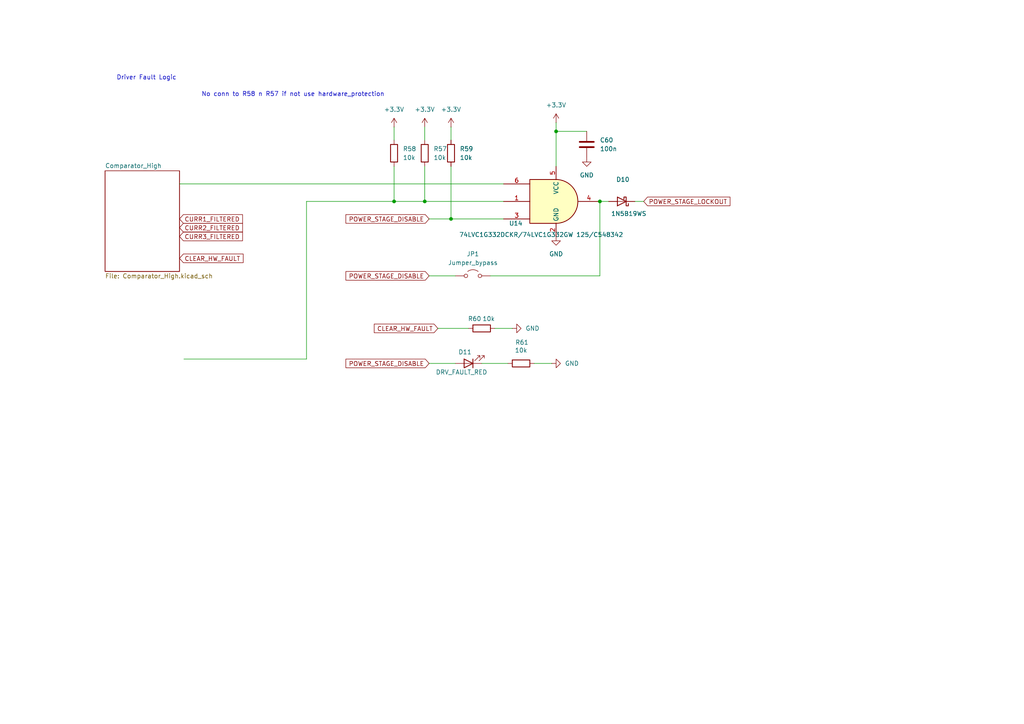
<source format=kicad_sch>
(kicad_sch
	(version 20231120)
	(generator "eeschema")
	(generator_version "8.0")
	(uuid "221e5289-659a-453e-a171-b1aec0752ce4")
	(paper "A4")
	(lib_symbols
		(symbol "74xGxx:74LVC1G11"
			(exclude_from_sim no)
			(in_bom yes)
			(on_board yes)
			(property "Reference" "U"
				(at -5.08 10.16 0)
				(effects
					(font
						(size 1.27 1.27)
					)
				)
			)
			(property "Value" "74LVC1G11"
				(at 7.62 -10.16 0)
				(effects
					(font
						(size 1.27 1.27)
					)
				)
			)
			(property "Footprint" ""
				(at 0 0 0)
				(effects
					(font
						(size 1.27 1.27)
					)
					(hide yes)
				)
			)
			(property "Datasheet" "http://www.ti.com/lit/sg/scyt129e/scyt129e.pdf"
				(at 0 0 0)
				(effects
					(font
						(size 1.27 1.27)
					)
					(hide yes)
				)
			)
			(property "Description" "Single AND 3-Input Gate, Low-Voltage CMOS"
				(at 0 0 0)
				(effects
					(font
						(size 1.27 1.27)
					)
					(hide yes)
				)
			)
			(property "ki_keywords" "Single Gate AND triple LVC CMOS"
				(at 0 0 0)
				(effects
					(font
						(size 1.27 1.27)
					)
					(hide yes)
				)
			)
			(property "ki_fp_filters" "SOT* SG-*"
				(at 0 0 0)
				(effects
					(font
						(size 1.27 1.27)
					)
					(hide yes)
				)
			)
			(symbol "74LVC1G11_0_1"
				(arc
					(start 0 -6.35)
					(mid 6.3224 0)
					(end 0 6.35)
					(stroke
						(width 0.254)
						(type default)
					)
					(fill
						(type background)
					)
				)
				(polyline
					(pts
						(xy 0 -6.35) (xy -7.62 -6.35) (xy -7.62 6.35) (xy 0 6.35)
					)
					(stroke
						(width 0.254)
						(type default)
					)
					(fill
						(type background)
					)
				)
			)
			(symbol "74LVC1G11_1_1"
				(pin input line
					(at -15.24 0 0)
					(length 7.62)
					(name "~"
						(effects
							(font
								(size 1.27 1.27)
							)
						)
					)
					(number "1"
						(effects
							(font
								(size 1.27 1.27)
							)
						)
					)
				)
				(pin power_in line
					(at 0 -10.16 90)
					(length 3.81)
					(name "GND"
						(effects
							(font
								(size 1.27 1.27)
							)
						)
					)
					(number "2"
						(effects
							(font
								(size 1.27 1.27)
							)
						)
					)
				)
				(pin input line
					(at -15.24 -5.08 0)
					(length 7.62)
					(name "~"
						(effects
							(font
								(size 1.27 1.27)
							)
						)
					)
					(number "3"
						(effects
							(font
								(size 1.27 1.27)
							)
						)
					)
				)
				(pin output line
					(at 12.7 0 180)
					(length 6.35)
					(name "~"
						(effects
							(font
								(size 1.27 1.27)
							)
						)
					)
					(number "4"
						(effects
							(font
								(size 1.27 1.27)
							)
						)
					)
				)
				(pin power_in line
					(at 0 10.16 270)
					(length 3.81)
					(name "VCC"
						(effects
							(font
								(size 1.27 1.27)
							)
						)
					)
					(number "5"
						(effects
							(font
								(size 1.27 1.27)
							)
						)
					)
				)
				(pin input line
					(at -15.24 5.08 0)
					(length 7.62)
					(name "~"
						(effects
							(font
								(size 1.27 1.27)
							)
						)
					)
					(number "6"
						(effects
							(font
								(size 1.27 1.27)
							)
						)
					)
				)
			)
		)
		(symbol "Device:C"
			(pin_numbers hide)
			(pin_names
				(offset 0.254)
			)
			(exclude_from_sim no)
			(in_bom yes)
			(on_board yes)
			(property "Reference" "C"
				(at 0.635 2.54 0)
				(effects
					(font
						(size 1.27 1.27)
					)
					(justify left)
				)
			)
			(property "Value" "C"
				(at 0.635 -2.54 0)
				(effects
					(font
						(size 1.27 1.27)
					)
					(justify left)
				)
			)
			(property "Footprint" ""
				(at 0.9652 -3.81 0)
				(effects
					(font
						(size 1.27 1.27)
					)
					(hide yes)
				)
			)
			(property "Datasheet" "~"
				(at 0 0 0)
				(effects
					(font
						(size 1.27 1.27)
					)
					(hide yes)
				)
			)
			(property "Description" "Unpolarized capacitor"
				(at 0 0 0)
				(effects
					(font
						(size 1.27 1.27)
					)
					(hide yes)
				)
			)
			(property "ki_keywords" "cap capacitor"
				(at 0 0 0)
				(effects
					(font
						(size 1.27 1.27)
					)
					(hide yes)
				)
			)
			(property "ki_fp_filters" "C_*"
				(at 0 0 0)
				(effects
					(font
						(size 1.27 1.27)
					)
					(hide yes)
				)
			)
			(symbol "C_0_1"
				(polyline
					(pts
						(xy -2.032 -0.762) (xy 2.032 -0.762)
					)
					(stroke
						(width 0.508)
						(type default)
					)
					(fill
						(type none)
					)
				)
				(polyline
					(pts
						(xy -2.032 0.762) (xy 2.032 0.762)
					)
					(stroke
						(width 0.508)
						(type default)
					)
					(fill
						(type none)
					)
				)
			)
			(symbol "C_1_1"
				(pin passive line
					(at 0 3.81 270)
					(length 2.794)
					(name "~"
						(effects
							(font
								(size 1.27 1.27)
							)
						)
					)
					(number "1"
						(effects
							(font
								(size 1.27 1.27)
							)
						)
					)
				)
				(pin passive line
					(at 0 -3.81 90)
					(length 2.794)
					(name "~"
						(effects
							(font
								(size 1.27 1.27)
							)
						)
					)
					(number "2"
						(effects
							(font
								(size 1.27 1.27)
							)
						)
					)
				)
			)
		)
		(symbol "Device:D_Schottky"
			(pin_numbers hide)
			(pin_names
				(offset 1.016) hide)
			(exclude_from_sim no)
			(in_bom yes)
			(on_board yes)
			(property "Reference" "D"
				(at 0 2.54 0)
				(effects
					(font
						(size 1.27 1.27)
					)
				)
			)
			(property "Value" "D_Schottky"
				(at 0 -2.54 0)
				(effects
					(font
						(size 1.27 1.27)
					)
				)
			)
			(property "Footprint" ""
				(at 0 0 0)
				(effects
					(font
						(size 1.27 1.27)
					)
					(hide yes)
				)
			)
			(property "Datasheet" "~"
				(at 0 0 0)
				(effects
					(font
						(size 1.27 1.27)
					)
					(hide yes)
				)
			)
			(property "Description" "Schottky diode"
				(at 0 0 0)
				(effects
					(font
						(size 1.27 1.27)
					)
					(hide yes)
				)
			)
			(property "ki_keywords" "diode Schottky"
				(at 0 0 0)
				(effects
					(font
						(size 1.27 1.27)
					)
					(hide yes)
				)
			)
			(property "ki_fp_filters" "TO-???* *_Diode_* *SingleDiode* D_*"
				(at 0 0 0)
				(effects
					(font
						(size 1.27 1.27)
					)
					(hide yes)
				)
			)
			(symbol "D_Schottky_0_1"
				(polyline
					(pts
						(xy 1.27 0) (xy -1.27 0)
					)
					(stroke
						(width 0)
						(type default)
					)
					(fill
						(type none)
					)
				)
				(polyline
					(pts
						(xy 1.27 1.27) (xy 1.27 -1.27) (xy -1.27 0) (xy 1.27 1.27)
					)
					(stroke
						(width 0.254)
						(type default)
					)
					(fill
						(type none)
					)
				)
				(polyline
					(pts
						(xy -1.905 0.635) (xy -1.905 1.27) (xy -1.27 1.27) (xy -1.27 -1.27) (xy -0.635 -1.27) (xy -0.635 -0.635)
					)
					(stroke
						(width 0.254)
						(type default)
					)
					(fill
						(type none)
					)
				)
			)
			(symbol "D_Schottky_1_1"
				(pin passive line
					(at -3.81 0 0)
					(length 2.54)
					(name "K"
						(effects
							(font
								(size 1.27 1.27)
							)
						)
					)
					(number "1"
						(effects
							(font
								(size 1.27 1.27)
							)
						)
					)
				)
				(pin passive line
					(at 3.81 0 180)
					(length 2.54)
					(name "A"
						(effects
							(font
								(size 1.27 1.27)
							)
						)
					)
					(number "2"
						(effects
							(font
								(size 1.27 1.27)
							)
						)
					)
				)
			)
		)
		(symbol "Device:LED"
			(pin_numbers hide)
			(pin_names
				(offset 1.016) hide)
			(exclude_from_sim no)
			(in_bom yes)
			(on_board yes)
			(property "Reference" "D"
				(at 0 2.54 0)
				(effects
					(font
						(size 1.27 1.27)
					)
				)
			)
			(property "Value" "LED"
				(at 0 -2.54 0)
				(effects
					(font
						(size 1.27 1.27)
					)
				)
			)
			(property "Footprint" ""
				(at 0 0 0)
				(effects
					(font
						(size 1.27 1.27)
					)
					(hide yes)
				)
			)
			(property "Datasheet" "~"
				(at 0 0 0)
				(effects
					(font
						(size 1.27 1.27)
					)
					(hide yes)
				)
			)
			(property "Description" "Light emitting diode"
				(at 0 0 0)
				(effects
					(font
						(size 1.27 1.27)
					)
					(hide yes)
				)
			)
			(property "ki_keywords" "LED diode"
				(at 0 0 0)
				(effects
					(font
						(size 1.27 1.27)
					)
					(hide yes)
				)
			)
			(property "ki_fp_filters" "LED* LED_SMD:* LED_THT:*"
				(at 0 0 0)
				(effects
					(font
						(size 1.27 1.27)
					)
					(hide yes)
				)
			)
			(symbol "LED_0_1"
				(polyline
					(pts
						(xy -1.27 -1.27) (xy -1.27 1.27)
					)
					(stroke
						(width 0.254)
						(type default)
					)
					(fill
						(type none)
					)
				)
				(polyline
					(pts
						(xy -1.27 0) (xy 1.27 0)
					)
					(stroke
						(width 0)
						(type default)
					)
					(fill
						(type none)
					)
				)
				(polyline
					(pts
						(xy 1.27 -1.27) (xy 1.27 1.27) (xy -1.27 0) (xy 1.27 -1.27)
					)
					(stroke
						(width 0.254)
						(type default)
					)
					(fill
						(type none)
					)
				)
				(polyline
					(pts
						(xy -3.048 -0.762) (xy -4.572 -2.286) (xy -3.81 -2.286) (xy -4.572 -2.286) (xy -4.572 -1.524)
					)
					(stroke
						(width 0)
						(type default)
					)
					(fill
						(type none)
					)
				)
				(polyline
					(pts
						(xy -1.778 -0.762) (xy -3.302 -2.286) (xy -2.54 -2.286) (xy -3.302 -2.286) (xy -3.302 -1.524)
					)
					(stroke
						(width 0)
						(type default)
					)
					(fill
						(type none)
					)
				)
			)
			(symbol "LED_1_1"
				(pin passive line
					(at -3.81 0 0)
					(length 2.54)
					(name "K"
						(effects
							(font
								(size 1.27 1.27)
							)
						)
					)
					(number "1"
						(effects
							(font
								(size 1.27 1.27)
							)
						)
					)
				)
				(pin passive line
					(at 3.81 0 180)
					(length 2.54)
					(name "A"
						(effects
							(font
								(size 1.27 1.27)
							)
						)
					)
					(number "2"
						(effects
							(font
								(size 1.27 1.27)
							)
						)
					)
				)
			)
		)
		(symbol "Device:R"
			(pin_numbers hide)
			(pin_names
				(offset 0)
			)
			(exclude_from_sim no)
			(in_bom yes)
			(on_board yes)
			(property "Reference" "R"
				(at 2.032 0 90)
				(effects
					(font
						(size 1.27 1.27)
					)
				)
			)
			(property "Value" "R"
				(at 0 0 90)
				(effects
					(font
						(size 1.27 1.27)
					)
				)
			)
			(property "Footprint" ""
				(at -1.778 0 90)
				(effects
					(font
						(size 1.27 1.27)
					)
					(hide yes)
				)
			)
			(property "Datasheet" "~"
				(at 0 0 0)
				(effects
					(font
						(size 1.27 1.27)
					)
					(hide yes)
				)
			)
			(property "Description" "Resistor"
				(at 0 0 0)
				(effects
					(font
						(size 1.27 1.27)
					)
					(hide yes)
				)
			)
			(property "ki_keywords" "R res resistor"
				(at 0 0 0)
				(effects
					(font
						(size 1.27 1.27)
					)
					(hide yes)
				)
			)
			(property "ki_fp_filters" "R_*"
				(at 0 0 0)
				(effects
					(font
						(size 1.27 1.27)
					)
					(hide yes)
				)
			)
			(symbol "R_0_1"
				(rectangle
					(start -1.016 -2.54)
					(end 1.016 2.54)
					(stroke
						(width 0.254)
						(type default)
					)
					(fill
						(type none)
					)
				)
			)
			(symbol "R_1_1"
				(pin passive line
					(at 0 3.81 270)
					(length 1.27)
					(name "~"
						(effects
							(font
								(size 1.27 1.27)
							)
						)
					)
					(number "1"
						(effects
							(font
								(size 1.27 1.27)
							)
						)
					)
				)
				(pin passive line
					(at 0 -3.81 90)
					(length 1.27)
					(name "~"
						(effects
							(font
								(size 1.27 1.27)
							)
						)
					)
					(number "2"
						(effects
							(font
								(size 1.27 1.27)
							)
						)
					)
				)
			)
		)
		(symbol "Jumper:Jumper_2_Open"
			(pin_numbers hide)
			(pin_names
				(offset 0) hide)
			(exclude_from_sim yes)
			(in_bom yes)
			(on_board yes)
			(property "Reference" "JP"
				(at 0 2.794 0)
				(effects
					(font
						(size 1.27 1.27)
					)
				)
			)
			(property "Value" "Jumper_2_Open"
				(at 0 -2.286 0)
				(effects
					(font
						(size 1.27 1.27)
					)
				)
			)
			(property "Footprint" ""
				(at 0 0 0)
				(effects
					(font
						(size 1.27 1.27)
					)
					(hide yes)
				)
			)
			(property "Datasheet" "~"
				(at 0 0 0)
				(effects
					(font
						(size 1.27 1.27)
					)
					(hide yes)
				)
			)
			(property "Description" "Jumper, 2-pole, open"
				(at 0 0 0)
				(effects
					(font
						(size 1.27 1.27)
					)
					(hide yes)
				)
			)
			(property "ki_keywords" "Jumper SPST"
				(at 0 0 0)
				(effects
					(font
						(size 1.27 1.27)
					)
					(hide yes)
				)
			)
			(property "ki_fp_filters" "Jumper* TestPoint*2Pads* TestPoint*Bridge*"
				(at 0 0 0)
				(effects
					(font
						(size 1.27 1.27)
					)
					(hide yes)
				)
			)
			(symbol "Jumper_2_Open_0_0"
				(circle
					(center -2.032 0)
					(radius 0.508)
					(stroke
						(width 0)
						(type default)
					)
					(fill
						(type none)
					)
				)
				(circle
					(center 2.032 0)
					(radius 0.508)
					(stroke
						(width 0)
						(type default)
					)
					(fill
						(type none)
					)
				)
			)
			(symbol "Jumper_2_Open_0_1"
				(arc
					(start 1.524 1.27)
					(mid 0 1.778)
					(end -1.524 1.27)
					(stroke
						(width 0)
						(type default)
					)
					(fill
						(type none)
					)
				)
			)
			(symbol "Jumper_2_Open_1_1"
				(pin passive line
					(at -5.08 0 0)
					(length 2.54)
					(name "A"
						(effects
							(font
								(size 1.27 1.27)
							)
						)
					)
					(number "1"
						(effects
							(font
								(size 1.27 1.27)
							)
						)
					)
				)
				(pin passive line
					(at 5.08 0 180)
					(length 2.54)
					(name "B"
						(effects
							(font
								(size 1.27 1.27)
							)
						)
					)
					(number "2"
						(effects
							(font
								(size 1.27 1.27)
							)
						)
					)
				)
			)
		)
		(symbol "power:+3.3V"
			(power)
			(pin_numbers hide)
			(pin_names
				(offset 0) hide)
			(exclude_from_sim no)
			(in_bom yes)
			(on_board yes)
			(property "Reference" "#PWR"
				(at 0 -3.81 0)
				(effects
					(font
						(size 1.27 1.27)
					)
					(hide yes)
				)
			)
			(property "Value" "+3.3V"
				(at 0 3.556 0)
				(effects
					(font
						(size 1.27 1.27)
					)
				)
			)
			(property "Footprint" ""
				(at 0 0 0)
				(effects
					(font
						(size 1.27 1.27)
					)
					(hide yes)
				)
			)
			(property "Datasheet" ""
				(at 0 0 0)
				(effects
					(font
						(size 1.27 1.27)
					)
					(hide yes)
				)
			)
			(property "Description" "Power symbol creates a global label with name \"+3.3V\""
				(at 0 0 0)
				(effects
					(font
						(size 1.27 1.27)
					)
					(hide yes)
				)
			)
			(property "ki_keywords" "global power"
				(at 0 0 0)
				(effects
					(font
						(size 1.27 1.27)
					)
					(hide yes)
				)
			)
			(symbol "+3.3V_0_1"
				(polyline
					(pts
						(xy -0.762 1.27) (xy 0 2.54)
					)
					(stroke
						(width 0)
						(type default)
					)
					(fill
						(type none)
					)
				)
				(polyline
					(pts
						(xy 0 0) (xy 0 2.54)
					)
					(stroke
						(width 0)
						(type default)
					)
					(fill
						(type none)
					)
				)
				(polyline
					(pts
						(xy 0 2.54) (xy 0.762 1.27)
					)
					(stroke
						(width 0)
						(type default)
					)
					(fill
						(type none)
					)
				)
			)
			(symbol "+3.3V_1_1"
				(pin power_in line
					(at 0 0 90)
					(length 0)
					(name "~"
						(effects
							(font
								(size 1.27 1.27)
							)
						)
					)
					(number "1"
						(effects
							(font
								(size 1.27 1.27)
							)
						)
					)
				)
			)
		)
		(symbol "power:GND"
			(power)
			(pin_numbers hide)
			(pin_names
				(offset 0) hide)
			(exclude_from_sim no)
			(in_bom yes)
			(on_board yes)
			(property "Reference" "#PWR"
				(at 0 -6.35 0)
				(effects
					(font
						(size 1.27 1.27)
					)
					(hide yes)
				)
			)
			(property "Value" "GND"
				(at 0 -3.81 0)
				(effects
					(font
						(size 1.27 1.27)
					)
				)
			)
			(property "Footprint" ""
				(at 0 0 0)
				(effects
					(font
						(size 1.27 1.27)
					)
					(hide yes)
				)
			)
			(property "Datasheet" ""
				(at 0 0 0)
				(effects
					(font
						(size 1.27 1.27)
					)
					(hide yes)
				)
			)
			(property "Description" "Power symbol creates a global label with name \"GND\" , ground"
				(at 0 0 0)
				(effects
					(font
						(size 1.27 1.27)
					)
					(hide yes)
				)
			)
			(property "ki_keywords" "global power"
				(at 0 0 0)
				(effects
					(font
						(size 1.27 1.27)
					)
					(hide yes)
				)
			)
			(symbol "GND_0_1"
				(polyline
					(pts
						(xy 0 0) (xy 0 -1.27) (xy 1.27 -1.27) (xy 0 -2.54) (xy -1.27 -1.27) (xy 0 -1.27)
					)
					(stroke
						(width 0)
						(type default)
					)
					(fill
						(type none)
					)
				)
			)
			(symbol "GND_1_1"
				(pin power_in line
					(at 0 0 270)
					(length 0)
					(name "~"
						(effects
							(font
								(size 1.27 1.27)
							)
						)
					)
					(number "1"
						(effects
							(font
								(size 1.27 1.27)
							)
						)
					)
				)
			)
		)
	)
	(junction
		(at 173.99 58.42)
		(diameter 0)
		(color 0 0 0 0)
		(uuid "1210377f-a891-4290-8799-a193c2af9bb0")
	)
	(junction
		(at 114.3 58.42)
		(diameter 0)
		(color 0 0 0 0)
		(uuid "1e3a5271-b44a-4538-8b7c-e7198eafda8b")
	)
	(junction
		(at 123.19 58.42)
		(diameter 0)
		(color 0 0 0 0)
		(uuid "5a799283-dc4f-4ddb-ae2d-aa1b3a8306eb")
	)
	(junction
		(at 130.81 63.5)
		(diameter 0)
		(color 0 0 0 0)
		(uuid "7411c619-f7ed-42d9-a11a-1ac5a7dab0d7")
	)
	(junction
		(at 161.29 38.1)
		(diameter 0)
		(color 0 0 0 0)
		(uuid "9a120c45-8813-41ea-be6e-05455c9ae007")
	)
	(wire
		(pts
			(xy 146.05 58.42) (xy 123.19 58.42)
		)
		(stroke
			(width 0)
			(type default)
		)
		(uuid "013e1c4f-ddd4-4a21-8ea3-ec5fbe37a29b")
	)
	(wire
		(pts
			(xy 130.81 63.5) (xy 146.05 63.5)
		)
		(stroke
			(width 0)
			(type default)
		)
		(uuid "047f8057-706e-476e-b8ca-4b3f0930c720")
	)
	(wire
		(pts
			(xy 114.3 58.42) (xy 88.9 58.42)
		)
		(stroke
			(width 0)
			(type default)
		)
		(uuid "267811ca-a20b-44c2-892a-b056127b94bb")
	)
	(wire
		(pts
			(xy 184.15 58.42) (xy 186.69 58.42)
		)
		(stroke
			(width 0)
			(type default)
		)
		(uuid "2873f143-19db-406a-ab18-72fe32eaa975")
	)
	(wire
		(pts
			(xy 176.53 58.42) (xy 173.99 58.42)
		)
		(stroke
			(width 0)
			(type default)
		)
		(uuid "28bb4cd4-bab1-4a1a-89ba-636114b7d31a")
	)
	(wire
		(pts
			(xy 123.19 36.83) (xy 123.19 40.64)
		)
		(stroke
			(width 0)
			(type default)
		)
		(uuid "3ee50e56-5e43-4c98-a0bf-ae7b4706e9ce")
	)
	(wire
		(pts
			(xy 114.3 48.26) (xy 114.3 58.42)
		)
		(stroke
			(width 0)
			(type default)
		)
		(uuid "4d9de97c-44cf-47a8-ba60-b79c220578e1")
	)
	(wire
		(pts
			(xy 127 95.25) (xy 135.89 95.25)
		)
		(stroke
			(width 0)
			(type default)
		)
		(uuid "59aa9a08-b0ed-4cab-9411-a9c03d5b2b06")
	)
	(wire
		(pts
			(xy 143.51 95.25) (xy 148.59 95.25)
		)
		(stroke
			(width 0)
			(type default)
		)
		(uuid "6281d7f5-bc68-44e6-9cf2-92b8f8ecac74")
	)
	(wire
		(pts
			(xy 53.34 104.14) (xy 88.9 104.14)
		)
		(stroke
			(width 0)
			(type default)
		)
		(uuid "67758887-f8cd-48e3-ae16-6d078cde9e3d")
	)
	(wire
		(pts
			(xy 161.29 35.56) (xy 161.29 38.1)
		)
		(stroke
			(width 0)
			(type default)
		)
		(uuid "68754f7f-082f-491a-bc63-f37516f34ee4")
	)
	(wire
		(pts
			(xy 123.19 48.26) (xy 123.19 58.42)
		)
		(stroke
			(width 0)
			(type default)
		)
		(uuid "69f39899-d574-4db6-9fed-cd3f96b1324e")
	)
	(wire
		(pts
			(xy 124.46 63.5) (xy 130.81 63.5)
		)
		(stroke
			(width 0)
			(type default)
		)
		(uuid "80fe6c73-eb3b-4518-a857-3e4102c15e38")
	)
	(wire
		(pts
			(xy 154.94 105.41) (xy 160.02 105.41)
		)
		(stroke
			(width 0)
			(type default)
		)
		(uuid "8478dabb-a51e-4ee7-a9c9-1b748e6c67d5")
	)
	(wire
		(pts
			(xy 173.99 58.42) (xy 173.99 80.01)
		)
		(stroke
			(width 0)
			(type default)
		)
		(uuid "8516388c-5da6-4b28-a665-f71e82a38336")
	)
	(wire
		(pts
			(xy 161.29 38.1) (xy 170.18 38.1)
		)
		(stroke
			(width 0)
			(type default)
		)
		(uuid "8694ed17-f5c9-4ae1-9ea9-043d2d828010")
	)
	(wire
		(pts
			(xy 88.9 58.42) (xy 88.9 104.14)
		)
		(stroke
			(width 0)
			(type default)
		)
		(uuid "8c3ec7da-0a1f-41e5-a40a-935ff313deff")
	)
	(wire
		(pts
			(xy 161.29 38.1) (xy 161.29 48.26)
		)
		(stroke
			(width 0)
			(type default)
		)
		(uuid "94b4f0bf-6373-4751-9880-c3db88da4ffb")
	)
	(wire
		(pts
			(xy 124.46 105.41) (xy 132.08 105.41)
		)
		(stroke
			(width 0)
			(type default)
		)
		(uuid "a773c1ee-cb91-45ce-af28-09e09acc2d3a")
	)
	(wire
		(pts
			(xy 114.3 36.83) (xy 114.3 40.64)
		)
		(stroke
			(width 0)
			(type default)
		)
		(uuid "bb6fb03a-8e26-435b-ae7e-b172a125692b")
	)
	(wire
		(pts
			(xy 124.46 80.01) (xy 132.08 80.01)
		)
		(stroke
			(width 0)
			(type default)
		)
		(uuid "bca0aee9-2bec-4854-b127-300f546a4bb6")
	)
	(wire
		(pts
			(xy 52.07 53.34) (xy 146.05 53.34)
		)
		(stroke
			(width 0)
			(type default)
		)
		(uuid "ca4d7eb7-3a43-411d-9f59-f228d88702b5")
	)
	(wire
		(pts
			(xy 130.81 36.83) (xy 130.81 40.64)
		)
		(stroke
			(width 0)
			(type default)
		)
		(uuid "cdfbee6c-aba8-456c-a6eb-a77e8856307b")
	)
	(wire
		(pts
			(xy 139.7 105.41) (xy 147.32 105.41)
		)
		(stroke
			(width 0)
			(type default)
		)
		(uuid "d5b13db8-418f-4133-b0ed-809a59fdd5ec")
	)
	(wire
		(pts
			(xy 130.81 48.26) (xy 130.81 63.5)
		)
		(stroke
			(width 0)
			(type default)
		)
		(uuid "ded72446-4677-489d-8b91-eeb6defb22cd")
	)
	(wire
		(pts
			(xy 123.19 58.42) (xy 114.3 58.42)
		)
		(stroke
			(width 0)
			(type default)
		)
		(uuid "e3b7898e-7114-4496-a4db-91c1c0d1ce95")
	)
	(wire
		(pts
			(xy 142.24 80.01) (xy 173.99 80.01)
		)
		(stroke
			(width 0)
			(type default)
		)
		(uuid "f1d44670-f1b0-4877-b177-4ca2264c4271")
	)
	(text "No conn to R58 n R57 if not use hardware_protection"
		(exclude_from_sim no)
		(at 58.42 27.432 0)
		(effects
			(font
				(size 1.27 1.27)
			)
			(justify left)
		)
		(uuid "a61344fe-55c5-4fcd-812b-16aaf803331f")
	)
	(text "Driver Fault Logic"
		(exclude_from_sim no)
		(at 33.782 22.606 0)
		(effects
			(font
				(size 1.27 1.27)
			)
			(justify left)
		)
		(uuid "dd501828-95b2-4edc-86b1-a7bbeaf8ca67")
	)
	(global_label "CURR2_FILTERED"
		(shape input)
		(at 52.07 66.04 0)
		(fields_autoplaced yes)
		(effects
			(font
				(size 1.27 1.27)
			)
			(justify left)
		)
		(uuid "10b35d1b-fe56-45ba-9a9c-31c4c5350b5b")
		(property "Intersheetrefs" "${INTERSHEET_REFS}"
			(at 70.8999 66.04 0)
			(effects
				(font
					(size 1.27 1.27)
				)
				(justify left)
				(hide yes)
			)
		)
	)
	(global_label "POWER_STAGE_DISABLE"
		(shape input)
		(at 124.46 105.41 180)
		(fields_autoplaced yes)
		(effects
			(font
				(size 1.27 1.27)
			)
			(justify right)
		)
		(uuid "150400c0-e95e-4562-a107-af31b7f4ad2f")
		(property "Intersheetrefs" "${INTERSHEET_REFS}"
			(at 99.764 105.41 0)
			(effects
				(font
					(size 1.27 1.27)
				)
				(justify right)
				(hide yes)
			)
		)
	)
	(global_label "CURR3_FILTERED"
		(shape input)
		(at 52.07 68.58 0)
		(fields_autoplaced yes)
		(effects
			(font
				(size 1.27 1.27)
			)
			(justify left)
		)
		(uuid "3aafe0ef-08ec-4b83-9b6d-227974c31940")
		(property "Intersheetrefs" "${INTERSHEET_REFS}"
			(at 70.8999 68.58 0)
			(effects
				(font
					(size 1.27 1.27)
				)
				(justify left)
				(hide yes)
			)
		)
	)
	(global_label "POWER_STAGE_DISABLE"
		(shape input)
		(at 124.46 63.5 180)
		(fields_autoplaced yes)
		(effects
			(font
				(size 1.27 1.27)
			)
			(justify right)
		)
		(uuid "49aaf3a2-3a5a-47dd-adae-bd58d09349f0")
		(property "Intersheetrefs" "${INTERSHEET_REFS}"
			(at 99.764 63.5 0)
			(effects
				(font
					(size 1.27 1.27)
				)
				(justify right)
				(hide yes)
			)
		)
	)
	(global_label "POWER_STAGE_LOCKOUT"
		(shape input)
		(at 186.69 58.42 0)
		(fields_autoplaced yes)
		(effects
			(font
				(size 1.27 1.27)
			)
			(justify left)
		)
		(uuid "538b7eca-0c52-4969-af49-d932137ab024")
		(property "Intersheetrefs" "${INTERSHEET_REFS}"
			(at 212.2932 58.42 0)
			(effects
				(font
					(size 1.27 1.27)
				)
				(justify left)
				(hide yes)
			)
		)
	)
	(global_label "CURR1_FILTERED"
		(shape input)
		(at 52.07 63.5 0)
		(fields_autoplaced yes)
		(effects
			(font
				(size 1.27 1.27)
			)
			(justify left)
		)
		(uuid "6059228a-9c69-4587-a0fe-e62390e962df")
		(property "Intersheetrefs" "${INTERSHEET_REFS}"
			(at 70.8999 63.5 0)
			(effects
				(font
					(size 1.27 1.27)
				)
				(justify left)
				(hide yes)
			)
		)
	)
	(global_label "CLEAR_HW_FAULT"
		(shape input)
		(at 52.07 74.93 0)
		(fields_autoplaced yes)
		(effects
			(font
				(size 1.27 1.27)
			)
			(justify left)
		)
		(uuid "cc3581f3-dba7-4d76-835e-caea812492c3")
		(property "Intersheetrefs" "${INTERSHEET_REFS}"
			(at 71.0814 74.93 0)
			(effects
				(font
					(size 1.27 1.27)
				)
				(justify left)
				(hide yes)
			)
		)
	)
	(global_label "POWER_STAGE_DISABLE"
		(shape input)
		(at 124.46 80.01 180)
		(fields_autoplaced yes)
		(effects
			(font
				(size 1.27 1.27)
			)
			(justify right)
		)
		(uuid "d2a7ee83-e40c-42d5-ba4a-3525e96126e1")
		(property "Intersheetrefs" "${INTERSHEET_REFS}"
			(at 99.764 80.01 0)
			(effects
				(font
					(size 1.27 1.27)
				)
				(justify right)
				(hide yes)
			)
		)
	)
	(global_label "CLEAR_HW_FAULT"
		(shape input)
		(at 127 95.25 180)
		(fields_autoplaced yes)
		(effects
			(font
				(size 1.27 1.27)
			)
			(justify right)
		)
		(uuid "e9d70cb3-b180-4ac5-b2d8-39bae6211364")
		(property "Intersheetrefs" "${INTERSHEET_REFS}"
			(at 107.9886 95.25 0)
			(effects
				(font
					(size 1.27 1.27)
				)
				(justify right)
				(hide yes)
			)
		)
	)
	(symbol
		(lib_id "Device:R")
		(at 130.81 44.45 0)
		(unit 1)
		(exclude_from_sim no)
		(in_bom yes)
		(on_board yes)
		(dnp no)
		(fields_autoplaced yes)
		(uuid "1fe96e23-c2c8-454a-affe-d5a1ff2df7ef")
		(property "Reference" "R59"
			(at 133.35 43.1799 0)
			(effects
				(font
					(size 1.27 1.27)
				)
				(justify left)
			)
		)
		(property "Value" "10k"
			(at 133.35 45.7199 0)
			(effects
				(font
					(size 1.27 1.27)
				)
				(justify left)
			)
		)
		(property "Footprint" ""
			(at 129.032 44.45 90)
			(effects
				(font
					(size 1.27 1.27)
				)
				(hide yes)
			)
		)
		(property "Datasheet" "~"
			(at 130.81 44.45 0)
			(effects
				(font
					(size 1.27 1.27)
				)
				(hide yes)
			)
		)
		(property "Description" "Resistor"
			(at 130.81 44.45 0)
			(effects
				(font
					(size 1.27 1.27)
				)
				(hide yes)
			)
		)
		(pin "1"
			(uuid "209af9c2-dfa0-4cad-9b81-5c74dca4b0a3")
		)
		(pin "2"
			(uuid "85ae81be-283e-404b-8470-1c1e4861e0e7")
		)
		(instances
			(project "vesc"
				(path "/c1cb2b8b-cce1-4093-b51c-495289a5368a/63216c5f-3ce9-400b-bbba-583145aaa5d8"
					(reference "R59")
					(unit 1)
				)
			)
		)
	)
	(symbol
		(lib_id "power:+3.3V")
		(at 123.19 36.83 0)
		(unit 1)
		(exclude_from_sim no)
		(in_bom yes)
		(on_board yes)
		(dnp no)
		(fields_autoplaced yes)
		(uuid "2b435b0a-e9cc-4ec2-91c4-208e5014452e")
		(property "Reference" "#PWR0100"
			(at 123.19 40.64 0)
			(effects
				(font
					(size 1.27 1.27)
				)
				(hide yes)
			)
		)
		(property "Value" "+3.3V"
			(at 123.19 31.75 0)
			(effects
				(font
					(size 1.27 1.27)
				)
			)
		)
		(property "Footprint" ""
			(at 123.19 36.83 0)
			(effects
				(font
					(size 1.27 1.27)
				)
				(hide yes)
			)
		)
		(property "Datasheet" ""
			(at 123.19 36.83 0)
			(effects
				(font
					(size 1.27 1.27)
				)
				(hide yes)
			)
		)
		(property "Description" "Power symbol creates a global label with name \"+3.3V\""
			(at 123.19 36.83 0)
			(effects
				(font
					(size 1.27 1.27)
				)
				(hide yes)
			)
		)
		(pin "1"
			(uuid "910eb019-a92f-4bae-bf25-2a3e674999f0")
		)
		(instances
			(project "vesc"
				(path "/c1cb2b8b-cce1-4093-b51c-495289a5368a/63216c5f-3ce9-400b-bbba-583145aaa5d8"
					(reference "#PWR0100")
					(unit 1)
				)
			)
		)
	)
	(symbol
		(lib_id "power:GND")
		(at 148.59 95.25 90)
		(unit 1)
		(exclude_from_sim no)
		(in_bom yes)
		(on_board yes)
		(dnp no)
		(fields_autoplaced yes)
		(uuid "2ed12ce7-a576-44ff-afc7-e81cab25553c")
		(property "Reference" "#PWR0106"
			(at 154.94 95.25 0)
			(effects
				(font
					(size 1.27 1.27)
				)
				(hide yes)
			)
		)
		(property "Value" "GND"
			(at 152.4 95.2499 90)
			(effects
				(font
					(size 1.27 1.27)
				)
				(justify right)
			)
		)
		(property "Footprint" ""
			(at 148.59 95.25 0)
			(effects
				(font
					(size 1.27 1.27)
				)
				(hide yes)
			)
		)
		(property "Datasheet" ""
			(at 148.59 95.25 0)
			(effects
				(font
					(size 1.27 1.27)
				)
				(hide yes)
			)
		)
		(property "Description" "Power symbol creates a global label with name \"GND\" , ground"
			(at 148.59 95.25 0)
			(effects
				(font
					(size 1.27 1.27)
				)
				(hide yes)
			)
		)
		(pin "1"
			(uuid "21de7326-f2c2-4ba9-9ff1-2da6b1429b53")
		)
		(instances
			(project "vesc"
				(path "/c1cb2b8b-cce1-4093-b51c-495289a5368a/63216c5f-3ce9-400b-bbba-583145aaa5d8"
					(reference "#PWR0106")
					(unit 1)
				)
			)
		)
	)
	(symbol
		(lib_id "Device:D_Schottky")
		(at 180.34 58.42 180)
		(unit 1)
		(exclude_from_sim no)
		(in_bom yes)
		(on_board yes)
		(dnp no)
		(uuid "3495bb7f-417c-468d-9a38-e7ed15c169b9")
		(property "Reference" "D10"
			(at 180.6575 52.07 0)
			(effects
				(font
					(size 1.27 1.27)
				)
			)
		)
		(property "Value" "1N5B19WS"
			(at 182.372 61.976 0)
			(effects
				(font
					(size 1.27 1.27)
				)
			)
		)
		(property "Footprint" ""
			(at 180.34 58.42 0)
			(effects
				(font
					(size 1.27 1.27)
				)
				(hide yes)
			)
		)
		(property "Datasheet" "~"
			(at 180.34 58.42 0)
			(effects
				(font
					(size 1.27 1.27)
				)
				(hide yes)
			)
		)
		(property "Description" "Schottky diode"
			(at 180.34 58.42 0)
			(effects
				(font
					(size 1.27 1.27)
				)
				(hide yes)
			)
		)
		(pin "1"
			(uuid "7b5a00d7-387b-4a3c-9ccc-8e64953c381a")
		)
		(pin "2"
			(uuid "367e00dd-ac4a-46fb-9771-3a5fde955784")
		)
		(instances
			(project ""
				(path "/c1cb2b8b-cce1-4093-b51c-495289a5368a/63216c5f-3ce9-400b-bbba-583145aaa5d8"
					(reference "D10")
					(unit 1)
				)
			)
		)
	)
	(symbol
		(lib_id "Device:C")
		(at 170.18 41.91 0)
		(unit 1)
		(exclude_from_sim no)
		(in_bom yes)
		(on_board yes)
		(dnp no)
		(fields_autoplaced yes)
		(uuid "38915aea-c590-4103-9751-0f3cd31aadea")
		(property "Reference" "C60"
			(at 173.99 40.6399 0)
			(effects
				(font
					(size 1.27 1.27)
				)
				(justify left)
			)
		)
		(property "Value" "100n"
			(at 173.99 43.1799 0)
			(effects
				(font
					(size 1.27 1.27)
				)
				(justify left)
			)
		)
		(property "Footprint" ""
			(at 171.1452 45.72 0)
			(effects
				(font
					(size 1.27 1.27)
				)
				(hide yes)
			)
		)
		(property "Datasheet" "~"
			(at 170.18 41.91 0)
			(effects
				(font
					(size 1.27 1.27)
				)
				(hide yes)
			)
		)
		(property "Description" "Unpolarized capacitor"
			(at 170.18 41.91 0)
			(effects
				(font
					(size 1.27 1.27)
				)
				(hide yes)
			)
		)
		(pin "1"
			(uuid "c79b69b8-74b4-4d59-a6e6-3570ce814686")
		)
		(pin "2"
			(uuid "0a9fd1df-9998-40f6-8da7-5a98bbdb116b")
		)
		(instances
			(project ""
				(path "/c1cb2b8b-cce1-4093-b51c-495289a5368a/63216c5f-3ce9-400b-bbba-583145aaa5d8"
					(reference "C60")
					(unit 1)
				)
			)
		)
	)
	(symbol
		(lib_id "power:GND")
		(at 160.02 105.41 90)
		(unit 1)
		(exclude_from_sim no)
		(in_bom yes)
		(on_board yes)
		(dnp no)
		(fields_autoplaced yes)
		(uuid "4b78cb7b-50e1-43a7-9947-d898672a5b60")
		(property "Reference" "#PWR0107"
			(at 166.37 105.41 0)
			(effects
				(font
					(size 1.27 1.27)
				)
				(hide yes)
			)
		)
		(property "Value" "GND"
			(at 163.83 105.4099 90)
			(effects
				(font
					(size 1.27 1.27)
				)
				(justify right)
			)
		)
		(property "Footprint" ""
			(at 160.02 105.41 0)
			(effects
				(font
					(size 1.27 1.27)
				)
				(hide yes)
			)
		)
		(property "Datasheet" ""
			(at 160.02 105.41 0)
			(effects
				(font
					(size 1.27 1.27)
				)
				(hide yes)
			)
		)
		(property "Description" "Power symbol creates a global label with name \"GND\" , ground"
			(at 160.02 105.41 0)
			(effects
				(font
					(size 1.27 1.27)
				)
				(hide yes)
			)
		)
		(pin "1"
			(uuid "46c08919-9bf7-436f-b3b1-21234d392874")
		)
		(instances
			(project "vesc"
				(path "/c1cb2b8b-cce1-4093-b51c-495289a5368a/63216c5f-3ce9-400b-bbba-583145aaa5d8"
					(reference "#PWR0107")
					(unit 1)
				)
			)
		)
	)
	(symbol
		(lib_id "power:+3.3V")
		(at 161.29 35.56 0)
		(unit 1)
		(exclude_from_sim no)
		(in_bom yes)
		(on_board yes)
		(dnp no)
		(fields_autoplaced yes)
		(uuid "4dfc73d4-15f8-4ca4-bedf-a66624988587")
		(property "Reference" "#PWR0103"
			(at 161.29 39.37 0)
			(effects
				(font
					(size 1.27 1.27)
				)
				(hide yes)
			)
		)
		(property "Value" "+3.3V"
			(at 161.29 30.48 0)
			(effects
				(font
					(size 1.27 1.27)
				)
			)
		)
		(property "Footprint" ""
			(at 161.29 35.56 0)
			(effects
				(font
					(size 1.27 1.27)
				)
				(hide yes)
			)
		)
		(property "Datasheet" ""
			(at 161.29 35.56 0)
			(effects
				(font
					(size 1.27 1.27)
				)
				(hide yes)
			)
		)
		(property "Description" "Power symbol creates a global label with name \"+3.3V\""
			(at 161.29 35.56 0)
			(effects
				(font
					(size 1.27 1.27)
				)
				(hide yes)
			)
		)
		(pin "1"
			(uuid "e0f279af-9ff4-4c61-9c44-f77b991d5807")
		)
		(instances
			(project "vesc"
				(path "/c1cb2b8b-cce1-4093-b51c-495289a5368a/63216c5f-3ce9-400b-bbba-583145aaa5d8"
					(reference "#PWR0103")
					(unit 1)
				)
			)
		)
	)
	(symbol
		(lib_id "Device:R")
		(at 139.7 95.25 90)
		(unit 1)
		(exclude_from_sim no)
		(in_bom yes)
		(on_board yes)
		(dnp no)
		(uuid "58fe76f5-099c-400c-8413-fcee9180f953")
		(property "Reference" "R60"
			(at 137.668 92.456 90)
			(effects
				(font
					(size 1.27 1.27)
				)
			)
		)
		(property "Value" "10k"
			(at 141.732 92.456 90)
			(effects
				(font
					(size 1.27 1.27)
				)
			)
		)
		(property "Footprint" ""
			(at 139.7 97.028 90)
			(effects
				(font
					(size 1.27 1.27)
				)
				(hide yes)
			)
		)
		(property "Datasheet" "~"
			(at 139.7 95.25 0)
			(effects
				(font
					(size 1.27 1.27)
				)
				(hide yes)
			)
		)
		(property "Description" "Resistor"
			(at 139.7 95.25 0)
			(effects
				(font
					(size 1.27 1.27)
				)
				(hide yes)
			)
		)
		(pin "1"
			(uuid "aac9929b-d793-4797-9b26-fb04ca86de16")
		)
		(pin "2"
			(uuid "c4b036f9-4a7c-4caf-b11a-de02b98db145")
		)
		(instances
			(project "vesc"
				(path "/c1cb2b8b-cce1-4093-b51c-495289a5368a/63216c5f-3ce9-400b-bbba-583145aaa5d8"
					(reference "R60")
					(unit 1)
				)
			)
		)
	)
	(symbol
		(lib_id "power:+3.3V")
		(at 114.3 36.83 0)
		(unit 1)
		(exclude_from_sim no)
		(in_bom yes)
		(on_board yes)
		(dnp no)
		(fields_autoplaced yes)
		(uuid "720c7a12-0d6c-4187-8e09-2970e40bd58f")
		(property "Reference" "#PWR0102"
			(at 114.3 40.64 0)
			(effects
				(font
					(size 1.27 1.27)
				)
				(hide yes)
			)
		)
		(property "Value" "+3.3V"
			(at 114.3 31.75 0)
			(effects
				(font
					(size 1.27 1.27)
				)
			)
		)
		(property "Footprint" ""
			(at 114.3 36.83 0)
			(effects
				(font
					(size 1.27 1.27)
				)
				(hide yes)
			)
		)
		(property "Datasheet" ""
			(at 114.3 36.83 0)
			(effects
				(font
					(size 1.27 1.27)
				)
				(hide yes)
			)
		)
		(property "Description" "Power symbol creates a global label with name \"+3.3V\""
			(at 114.3 36.83 0)
			(effects
				(font
					(size 1.27 1.27)
				)
				(hide yes)
			)
		)
		(pin "1"
			(uuid "a40a277d-9843-4d3e-b6a4-9b7496a0bba1")
		)
		(instances
			(project "vesc"
				(path "/c1cb2b8b-cce1-4093-b51c-495289a5368a/63216c5f-3ce9-400b-bbba-583145aaa5d8"
					(reference "#PWR0102")
					(unit 1)
				)
			)
		)
	)
	(symbol
		(lib_id "Jumper:Jumper_2_Open")
		(at 137.16 80.01 0)
		(unit 1)
		(exclude_from_sim yes)
		(in_bom yes)
		(on_board yes)
		(dnp no)
		(fields_autoplaced yes)
		(uuid "8789cc2f-0050-45e9-a50e-fb0722bf3e8e")
		(property "Reference" "JP1"
			(at 137.16 73.66 0)
			(effects
				(font
					(size 1.27 1.27)
				)
			)
		)
		(property "Value" "Jumper_bypass"
			(at 137.16 76.2 0)
			(effects
				(font
					(size 1.27 1.27)
				)
			)
		)
		(property "Footprint" ""
			(at 137.16 80.01 0)
			(effects
				(font
					(size 1.27 1.27)
				)
				(hide yes)
			)
		)
		(property "Datasheet" "~"
			(at 137.16 80.01 0)
			(effects
				(font
					(size 1.27 1.27)
				)
				(hide yes)
			)
		)
		(property "Description" "Jumper, 2-pole, open"
			(at 137.16 80.01 0)
			(effects
				(font
					(size 1.27 1.27)
				)
				(hide yes)
			)
		)
		(pin "1"
			(uuid "f6338891-ce0f-4dd9-aa86-8e6dd99f70fa")
		)
		(pin "2"
			(uuid "040a5731-47e9-45e0-9786-c6a570e5d447")
		)
		(instances
			(project ""
				(path "/c1cb2b8b-cce1-4093-b51c-495289a5368a/63216c5f-3ce9-400b-bbba-583145aaa5d8"
					(reference "JP1")
					(unit 1)
				)
			)
		)
	)
	(symbol
		(lib_id "Device:R")
		(at 151.13 105.41 90)
		(unit 1)
		(exclude_from_sim no)
		(in_bom yes)
		(on_board yes)
		(dnp no)
		(uuid "99287947-7fac-4e1b-93b6-cf00e79067cb")
		(property "Reference" "R61"
			(at 151.384 99.314 90)
			(effects
				(font
					(size 1.27 1.27)
				)
			)
		)
		(property "Value" "10k"
			(at 151.13 101.6 90)
			(effects
				(font
					(size 1.27 1.27)
				)
			)
		)
		(property "Footprint" ""
			(at 151.13 107.188 90)
			(effects
				(font
					(size 1.27 1.27)
				)
				(hide yes)
			)
		)
		(property "Datasheet" "~"
			(at 151.13 105.41 0)
			(effects
				(font
					(size 1.27 1.27)
				)
				(hide yes)
			)
		)
		(property "Description" "Resistor"
			(at 151.13 105.41 0)
			(effects
				(font
					(size 1.27 1.27)
				)
				(hide yes)
			)
		)
		(pin "1"
			(uuid "05946a98-5ab8-4856-a949-7a8f000fc824")
		)
		(pin "2"
			(uuid "bdfad675-1bad-45ca-83b7-6e3559910933")
		)
		(instances
			(project "vesc"
				(path "/c1cb2b8b-cce1-4093-b51c-495289a5368a/63216c5f-3ce9-400b-bbba-583145aaa5d8"
					(reference "R61")
					(unit 1)
				)
			)
		)
	)
	(symbol
		(lib_id "Device:LED")
		(at 135.89 105.41 180)
		(unit 1)
		(exclude_from_sim no)
		(in_bom yes)
		(on_board yes)
		(dnp no)
		(uuid "9e0071ef-5281-45d9-a749-d6d0165f6800")
		(property "Reference" "D11"
			(at 134.874 102.108 0)
			(effects
				(font
					(size 1.27 1.27)
				)
			)
		)
		(property "Value" "DRV_FAULT_RED"
			(at 133.858 107.95 0)
			(effects
				(font
					(size 1.27 1.27)
				)
			)
		)
		(property "Footprint" ""
			(at 135.89 105.41 0)
			(effects
				(font
					(size 1.27 1.27)
				)
				(hide yes)
			)
		)
		(property "Datasheet" "~"
			(at 135.89 105.41 0)
			(effects
				(font
					(size 1.27 1.27)
				)
				(hide yes)
			)
		)
		(property "Description" "Light emitting diode"
			(at 135.89 105.41 0)
			(effects
				(font
					(size 1.27 1.27)
				)
				(hide yes)
			)
		)
		(pin "2"
			(uuid "ef4f866d-c4bb-45d6-8411-72682641b267")
		)
		(pin "1"
			(uuid "793a3b73-4e74-40af-9b45-1a22c493ec70")
		)
		(instances
			(project ""
				(path "/c1cb2b8b-cce1-4093-b51c-495289a5368a/63216c5f-3ce9-400b-bbba-583145aaa5d8"
					(reference "D11")
					(unit 1)
				)
			)
		)
	)
	(symbol
		(lib_id "power:GND")
		(at 161.29 68.58 0)
		(unit 1)
		(exclude_from_sim no)
		(in_bom yes)
		(on_board yes)
		(dnp no)
		(fields_autoplaced yes)
		(uuid "ab3fdf71-9863-4831-9891-bc05e080f9a6")
		(property "Reference" "#PWR0105"
			(at 161.29 74.93 0)
			(effects
				(font
					(size 1.27 1.27)
				)
				(hide yes)
			)
		)
		(property "Value" "GND"
			(at 161.29 73.66 0)
			(effects
				(font
					(size 1.27 1.27)
				)
			)
		)
		(property "Footprint" ""
			(at 161.29 68.58 0)
			(effects
				(font
					(size 1.27 1.27)
				)
				(hide yes)
			)
		)
		(property "Datasheet" ""
			(at 161.29 68.58 0)
			(effects
				(font
					(size 1.27 1.27)
				)
				(hide yes)
			)
		)
		(property "Description" "Power symbol creates a global label with name \"GND\" , ground"
			(at 161.29 68.58 0)
			(effects
				(font
					(size 1.27 1.27)
				)
				(hide yes)
			)
		)
		(pin "1"
			(uuid "f133b3f5-20e8-4257-b2bf-23c046847bf3")
		)
		(instances
			(project "vesc"
				(path "/c1cb2b8b-cce1-4093-b51c-495289a5368a/63216c5f-3ce9-400b-bbba-583145aaa5d8"
					(reference "#PWR0105")
					(unit 1)
				)
			)
		)
	)
	(symbol
		(lib_id "Device:R")
		(at 114.3 44.45 0)
		(unit 1)
		(exclude_from_sim no)
		(in_bom yes)
		(on_board yes)
		(dnp no)
		(fields_autoplaced yes)
		(uuid "b12063d1-16ee-4dfb-8826-6c9d4538f59f")
		(property "Reference" "R58"
			(at 116.84 43.1799 0)
			(effects
				(font
					(size 1.27 1.27)
				)
				(justify left)
			)
		)
		(property "Value" "10k"
			(at 116.84 45.7199 0)
			(effects
				(font
					(size 1.27 1.27)
				)
				(justify left)
			)
		)
		(property "Footprint" ""
			(at 112.522 44.45 90)
			(effects
				(font
					(size 1.27 1.27)
				)
				(hide yes)
			)
		)
		(property "Datasheet" "~"
			(at 114.3 44.45 0)
			(effects
				(font
					(size 1.27 1.27)
				)
				(hide yes)
			)
		)
		(property "Description" "Resistor"
			(at 114.3 44.45 0)
			(effects
				(font
					(size 1.27 1.27)
				)
				(hide yes)
			)
		)
		(pin "1"
			(uuid "03c2658a-86e4-4381-bbad-8163b37d3508")
		)
		(pin "2"
			(uuid "1d716f61-39b0-4689-ad6d-e2e8ad5bf008")
		)
		(instances
			(project "vesc"
				(path "/c1cb2b8b-cce1-4093-b51c-495289a5368a/63216c5f-3ce9-400b-bbba-583145aaa5d8"
					(reference "R58")
					(unit 1)
				)
			)
		)
	)
	(symbol
		(lib_id "Device:R")
		(at 123.19 44.45 0)
		(unit 1)
		(exclude_from_sim no)
		(in_bom yes)
		(on_board yes)
		(dnp no)
		(fields_autoplaced yes)
		(uuid "b591d781-9ad0-4bc6-bdce-66fb47a17c6f")
		(property "Reference" "R57"
			(at 125.73 43.1799 0)
			(effects
				(font
					(size 1.27 1.27)
				)
				(justify left)
			)
		)
		(property "Value" "10k"
			(at 125.73 45.7199 0)
			(effects
				(font
					(size 1.27 1.27)
				)
				(justify left)
			)
		)
		(property "Footprint" ""
			(at 121.412 44.45 90)
			(effects
				(font
					(size 1.27 1.27)
				)
				(hide yes)
			)
		)
		(property "Datasheet" "~"
			(at 123.19 44.45 0)
			(effects
				(font
					(size 1.27 1.27)
				)
				(hide yes)
			)
		)
		(property "Description" "Resistor"
			(at 123.19 44.45 0)
			(effects
				(font
					(size 1.27 1.27)
				)
				(hide yes)
			)
		)
		(pin "1"
			(uuid "eb38c8c4-4771-4059-a1c7-99919caa33b4")
		)
		(pin "2"
			(uuid "5976d4e8-839f-4e10-bda3-6f16634ab715")
		)
		(instances
			(project ""
				(path "/c1cb2b8b-cce1-4093-b51c-495289a5368a/63216c5f-3ce9-400b-bbba-583145aaa5d8"
					(reference "R57")
					(unit 1)
				)
			)
		)
	)
	(symbol
		(lib_id "power:+3.3V")
		(at 130.81 36.83 0)
		(unit 1)
		(exclude_from_sim no)
		(in_bom yes)
		(on_board yes)
		(dnp no)
		(fields_autoplaced yes)
		(uuid "e80531c9-dabb-45ec-927f-140e822a7530")
		(property "Reference" "#PWR0101"
			(at 130.81 40.64 0)
			(effects
				(font
					(size 1.27 1.27)
				)
				(hide yes)
			)
		)
		(property "Value" "+3.3V"
			(at 130.81 31.75 0)
			(effects
				(font
					(size 1.27 1.27)
				)
			)
		)
		(property "Footprint" ""
			(at 130.81 36.83 0)
			(effects
				(font
					(size 1.27 1.27)
				)
				(hide yes)
			)
		)
		(property "Datasheet" ""
			(at 130.81 36.83 0)
			(effects
				(font
					(size 1.27 1.27)
				)
				(hide yes)
			)
		)
		(property "Description" "Power symbol creates a global label with name \"+3.3V\""
			(at 130.81 36.83 0)
			(effects
				(font
					(size 1.27 1.27)
				)
				(hide yes)
			)
		)
		(pin "1"
			(uuid "923f3e15-2198-49d2-bdfb-46b2b23ed2bd")
		)
		(instances
			(project ""
				(path "/c1cb2b8b-cce1-4093-b51c-495289a5368a/63216c5f-3ce9-400b-bbba-583145aaa5d8"
					(reference "#PWR0101")
					(unit 1)
				)
			)
		)
	)
	(symbol
		(lib_id "74xGxx:74LVC1G11")
		(at 161.29 58.42 0)
		(unit 1)
		(exclude_from_sim no)
		(in_bom yes)
		(on_board yes)
		(dnp no)
		(uuid "f088837a-4b76-4f60-85e5-8f21ea35e5b7")
		(property "Reference" "U14"
			(at 149.606 64.77 0)
			(effects
				(font
					(size 1.27 1.27)
				)
			)
		)
		(property "Value" "74LVC1G332DCKR/74LVC1G332GW 125/C548342"
			(at 156.972 68.072 0)
			(effects
				(font
					(size 1.27 1.27)
				)
			)
		)
		(property "Footprint" ""
			(at 161.29 58.42 0)
			(effects
				(font
					(size 1.27 1.27)
				)
				(hide yes)
			)
		)
		(property "Datasheet" "http://www.ti.com/lit/sg/scyt129e/scyt129e.pdf"
			(at 161.29 58.42 0)
			(effects
				(font
					(size 1.27 1.27)
				)
				(hide yes)
			)
		)
		(property "Description" "Single AND 3-Input Gate, Low-Voltage CMOS"
			(at 161.29 58.42 0)
			(effects
				(font
					(size 1.27 1.27)
				)
				(hide yes)
			)
		)
		(pin "1"
			(uuid "54b2f7c2-1b82-4d2d-8870-bdfa114ea16a")
		)
		(pin "2"
			(uuid "14ea9c2c-e0a1-4e87-ab86-fcfec9ab45f2")
		)
		(pin "5"
			(uuid "212c5885-1c59-42dc-b00b-5da917ab01e3")
		)
		(pin "4"
			(uuid "cfb0dd80-8bdc-41e0-a653-6264d604a45f")
		)
		(pin "6"
			(uuid "b25a4d4c-3b77-4e51-b31c-5b0e8cc47983")
		)
		(pin "3"
			(uuid "15d57345-0217-46f6-a933-f3e470cbe20c")
		)
		(instances
			(project ""
				(path "/c1cb2b8b-cce1-4093-b51c-495289a5368a/63216c5f-3ce9-400b-bbba-583145aaa5d8"
					(reference "U14")
					(unit 1)
				)
			)
		)
	)
	(symbol
		(lib_id "power:GND")
		(at 170.18 45.72 0)
		(unit 1)
		(exclude_from_sim no)
		(in_bom yes)
		(on_board yes)
		(dnp no)
		(fields_autoplaced yes)
		(uuid "f4fde748-d345-4387-bb4c-994c4780dcc1")
		(property "Reference" "#PWR0104"
			(at 170.18 52.07 0)
			(effects
				(font
					(size 1.27 1.27)
				)
				(hide yes)
			)
		)
		(property "Value" "GND"
			(at 170.18 50.8 0)
			(effects
				(font
					(size 1.27 1.27)
				)
			)
		)
		(property "Footprint" ""
			(at 170.18 45.72 0)
			(effects
				(font
					(size 1.27 1.27)
				)
				(hide yes)
			)
		)
		(property "Datasheet" ""
			(at 170.18 45.72 0)
			(effects
				(font
					(size 1.27 1.27)
				)
				(hide yes)
			)
		)
		(property "Description" "Power symbol creates a global label with name \"GND\" , ground"
			(at 170.18 45.72 0)
			(effects
				(font
					(size 1.27 1.27)
				)
				(hide yes)
			)
		)
		(pin "1"
			(uuid "8d3142af-f5cf-4d1b-9a77-a5a076fac8ca")
		)
		(instances
			(project ""
				(path "/c1cb2b8b-cce1-4093-b51c-495289a5368a/63216c5f-3ce9-400b-bbba-583145aaa5d8"
					(reference "#PWR0104")
					(unit 1)
				)
			)
		)
	)
	(sheet
		(at 30.48 49.53)
		(size 21.59 29.21)
		(fields_autoplaced yes)
		(stroke
			(width 0.1524)
			(type solid)
		)
		(fill
			(color 0 0 0 0.0000)
		)
		(uuid "f1692770-dd21-4abf-8aa7-e20d757e9e44")
		(property "Sheetname" "Comparator_High"
			(at 30.48 48.8184 0)
			(effects
				(font
					(size 1.27 1.27)
				)
				(justify left bottom)
			)
		)
		(property "Sheetfile" "Comparator_High.kicad_sch"
			(at 30.48 79.3246 0)
			(effects
				(font
					(size 1.27 1.27)
				)
				(justify left top)
			)
		)
		(instances
			(project "vesc"
				(path "/c1cb2b8b-cce1-4093-b51c-495289a5368a/63216c5f-3ce9-400b-bbba-583145aaa5d8"
					(page "12")
				)
			)
		)
	)
)

</source>
